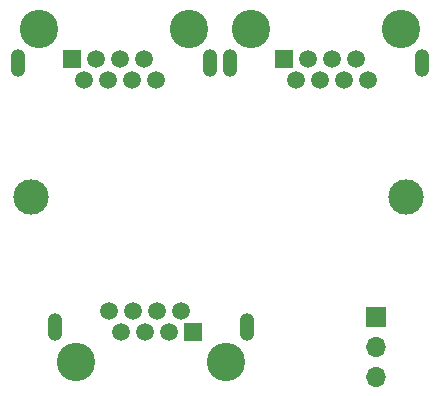
<source format=gbr>
%TF.GenerationSoftware,KiCad,Pcbnew,(6.0.6)*%
%TF.CreationDate,2022-07-09T15:22:20-05:00*%
%TF.ProjectId,Clinic_RJ45_Splitter,436c696e-6963-45f5-924a-34355f53706c,rev?*%
%TF.SameCoordinates,Original*%
%TF.FileFunction,Soldermask,Top*%
%TF.FilePolarity,Negative*%
%FSLAX46Y46*%
G04 Gerber Fmt 4.6, Leading zero omitted, Abs format (unit mm)*
G04 Created by KiCad (PCBNEW (6.0.6)) date 2022-07-09 15:22:20*
%MOMM*%
%LPD*%
G01*
G04 APERTURE LIST*
%ADD10C,3.250000*%
%ADD11R,1.500000X1.500000*%
%ADD12C,1.500000*%
%ADD13O,1.259000X2.362000*%
%ADD14C,3.000000*%
%ADD15R,1.700000X1.700000*%
%ADD16O,1.700000X1.700000*%
G04 APERTURE END LIST*
D10*
%TO.C,J4*%
X155724320Y-77259180D03*
X168424320Y-77259180D03*
D11*
X158525020Y-79799180D03*
D12*
X159545020Y-81579180D03*
X160555020Y-79799180D03*
X161575020Y-81579180D03*
X162585020Y-79799180D03*
X163605020Y-81579180D03*
X164615020Y-79799180D03*
X165635020Y-81579180D03*
D13*
X170204320Y-80161130D03*
X153944320Y-80161130D03*
%TD*%
D10*
%TO.C,J2*%
X137795000Y-77224620D03*
X150495000Y-77224620D03*
D11*
X140595700Y-79764620D03*
D12*
X141615700Y-81544620D03*
X142625700Y-79764620D03*
X143645700Y-81544620D03*
X144655700Y-79764620D03*
X145675700Y-81544620D03*
X146685700Y-79764620D03*
X147705700Y-81544620D03*
D13*
X152275000Y-80126570D03*
X136015000Y-80126570D03*
%TD*%
D14*
%TO.C,REF\u002A\u002A*%
X168910000Y-91440000D03*
%TD*%
D15*
%TO.C,J1*%
X166370000Y-101600000D03*
D16*
X166370000Y-104140000D03*
X166370000Y-106680000D03*
%TD*%
D14*
%TO.C,REF\u002A\u002A*%
X137160000Y-91440000D03*
%TD*%
D10*
%TO.C,J3*%
X153670000Y-105425240D03*
X140970000Y-105425240D03*
D11*
X150869300Y-102885240D03*
D12*
X149849300Y-101105240D03*
X148839300Y-102885240D03*
X147819300Y-101105240D03*
X146809300Y-102885240D03*
X145789300Y-101105240D03*
X144779300Y-102885240D03*
X143759300Y-101105240D03*
D13*
X139190000Y-102523290D03*
X155450000Y-102523290D03*
%TD*%
M02*

</source>
